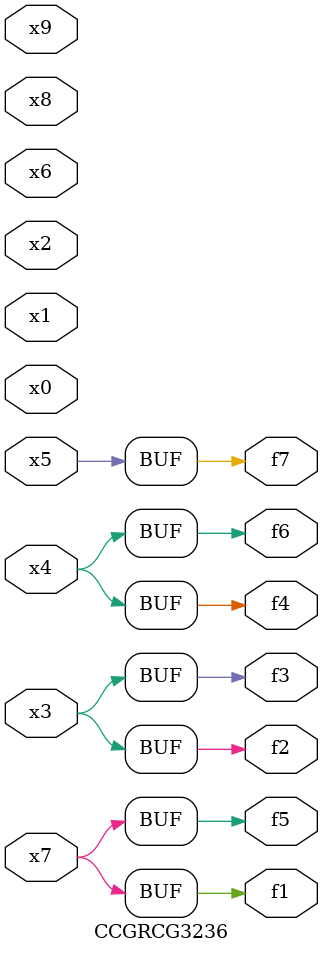
<source format=v>
module CCGRCG3236(
	input x0, x1, x2, x3, x4, x5, x6, x7, x8, x9,
	output f1, f2, f3, f4, f5, f6, f7
);
	assign f1 = x7;
	assign f2 = x3;
	assign f3 = x3;
	assign f4 = x4;
	assign f5 = x7;
	assign f6 = x4;
	assign f7 = x5;
endmodule

</source>
